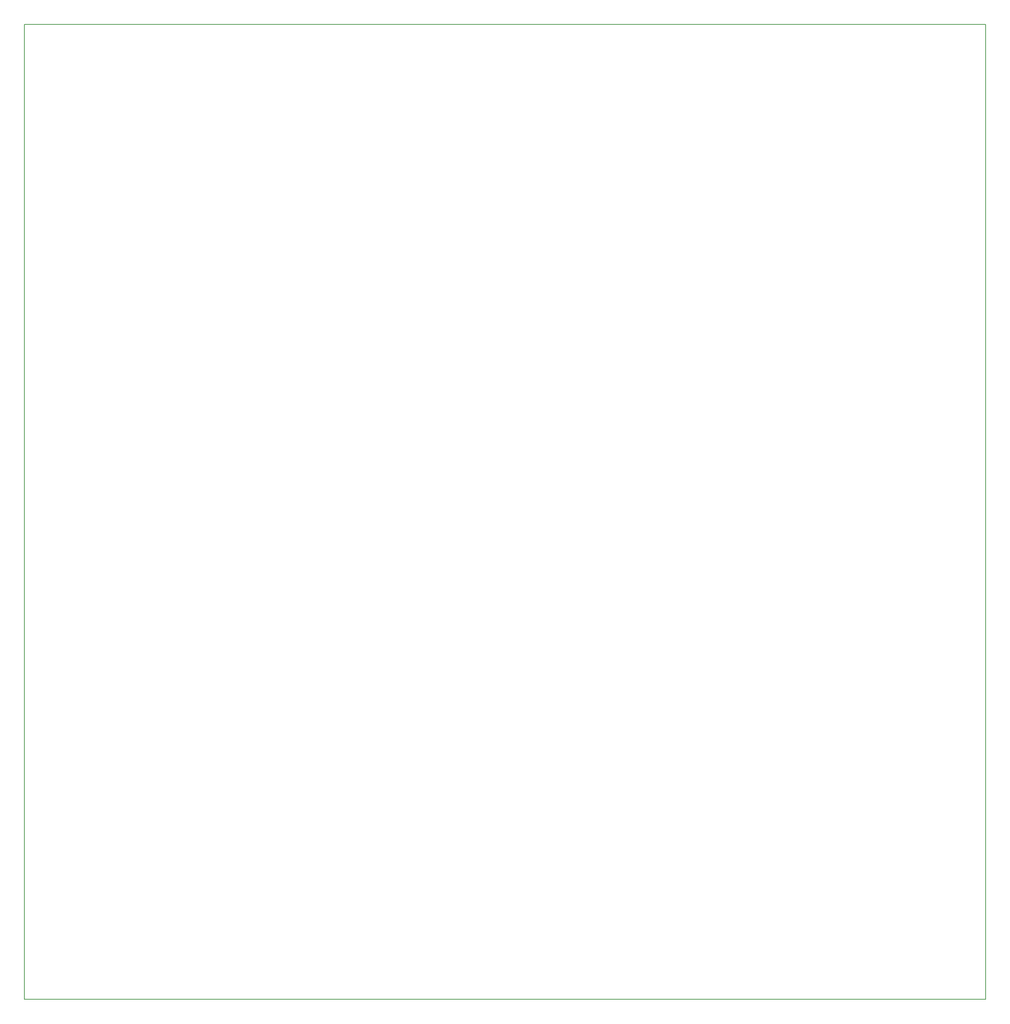
<source format=gbr>
%TF.GenerationSoftware,KiCad,Pcbnew,5.1.12-84ad8e8a86~92~ubuntu20.04.1*%
%TF.CreationDate,2022-06-08T18:54:33+02:00*%
%TF.ProjectId,bvm-a-card-breakout,62766d2d-612d-4636-9172-642d62726561,rev?*%
%TF.SameCoordinates,Original*%
%TF.FileFunction,Profile,NP*%
%FSLAX46Y46*%
G04 Gerber Fmt 4.6, Leading zero omitted, Abs format (unit mm)*
G04 Created by KiCad (PCBNEW 5.1.12-84ad8e8a86~92~ubuntu20.04.1) date 2022-06-08 18:54:33*
%MOMM*%
%LPD*%
G01*
G04 APERTURE LIST*
%TA.AperFunction,Profile*%
%ADD10C,0.150000*%
%TD*%
G04 APERTURE END LIST*
D10*
X352574000Y-307172360D02*
X352574000Y-73672360D01*
X122174000Y-307172360D02*
X122174000Y-73672360D01*
X122174000Y-73672360D02*
X352574000Y-73672360D01*
X122174000Y-307172360D02*
X352574000Y-307172360D01*
M02*

</source>
